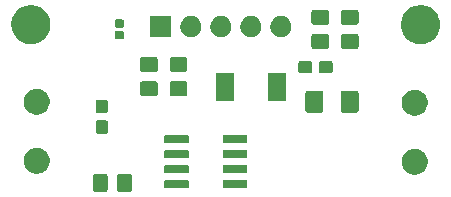
<source format=gbr>
G04 #@! TF.GenerationSoftware,KiCad,Pcbnew,5.1.5+dfsg1-2build2*
G04 #@! TF.CreationDate,2021-10-23T10:29:23-06:00*
G04 #@! TF.ProjectId,power-monitor,706f7765-722d-46d6-9f6e-69746f722e6b,rev?*
G04 #@! TF.SameCoordinates,Original*
G04 #@! TF.FileFunction,Soldermask,Top*
G04 #@! TF.FilePolarity,Negative*
%FSLAX46Y46*%
G04 Gerber Fmt 4.6, Leading zero omitted, Abs format (unit mm)*
G04 Created by KiCad (PCBNEW 5.1.5+dfsg1-2build2) date 2021-10-23 10:29:23*
%MOMM*%
%LPD*%
G04 APERTURE LIST*
%ADD10C,0.100000*%
G04 APERTURE END LIST*
D10*
G36*
X122338674Y-93753465D02*
G01*
X122376367Y-93764899D01*
X122411103Y-93783466D01*
X122441548Y-93808452D01*
X122466534Y-93838897D01*
X122485101Y-93873633D01*
X122496535Y-93911326D01*
X122501000Y-93956661D01*
X122501000Y-95043339D01*
X122496535Y-95088674D01*
X122485101Y-95126367D01*
X122466534Y-95161103D01*
X122441548Y-95191548D01*
X122411103Y-95216534D01*
X122376367Y-95235101D01*
X122338674Y-95246535D01*
X122293339Y-95251000D01*
X121456661Y-95251000D01*
X121411326Y-95246535D01*
X121373633Y-95235101D01*
X121338897Y-95216534D01*
X121308452Y-95191548D01*
X121283466Y-95161103D01*
X121264899Y-95126367D01*
X121253465Y-95088674D01*
X121249000Y-95043339D01*
X121249000Y-93956661D01*
X121253465Y-93911326D01*
X121264899Y-93873633D01*
X121283466Y-93838897D01*
X121308452Y-93808452D01*
X121338897Y-93783466D01*
X121373633Y-93764899D01*
X121411326Y-93753465D01*
X121456661Y-93749000D01*
X122293339Y-93749000D01*
X122338674Y-93753465D01*
G37*
G36*
X124388674Y-93753465D02*
G01*
X124426367Y-93764899D01*
X124461103Y-93783466D01*
X124491548Y-93808452D01*
X124516534Y-93838897D01*
X124535101Y-93873633D01*
X124546535Y-93911326D01*
X124551000Y-93956661D01*
X124551000Y-95043339D01*
X124546535Y-95088674D01*
X124535101Y-95126367D01*
X124516534Y-95161103D01*
X124491548Y-95191548D01*
X124461103Y-95216534D01*
X124426367Y-95235101D01*
X124388674Y-95246535D01*
X124343339Y-95251000D01*
X123506661Y-95251000D01*
X123461326Y-95246535D01*
X123423633Y-95235101D01*
X123388897Y-95216534D01*
X123358452Y-95191548D01*
X123333466Y-95161103D01*
X123314899Y-95126367D01*
X123303465Y-95088674D01*
X123299000Y-95043339D01*
X123299000Y-93956661D01*
X123303465Y-93911326D01*
X123314899Y-93873633D01*
X123333466Y-93838897D01*
X123358452Y-93808452D01*
X123388897Y-93783466D01*
X123423633Y-93764899D01*
X123461326Y-93753465D01*
X123506661Y-93749000D01*
X124343339Y-93749000D01*
X124388674Y-93753465D01*
G37*
G36*
X134219928Y-94266764D02*
G01*
X134241009Y-94273160D01*
X134260445Y-94283548D01*
X134277476Y-94297524D01*
X134291452Y-94314555D01*
X134301840Y-94333991D01*
X134308236Y-94355072D01*
X134311000Y-94383140D01*
X134311000Y-94846860D01*
X134308236Y-94874928D01*
X134301840Y-94896009D01*
X134291452Y-94915445D01*
X134277476Y-94932476D01*
X134260445Y-94946452D01*
X134241009Y-94956840D01*
X134219928Y-94963236D01*
X134191860Y-94966000D01*
X132378140Y-94966000D01*
X132350072Y-94963236D01*
X132328991Y-94956840D01*
X132309555Y-94946452D01*
X132292524Y-94932476D01*
X132278548Y-94915445D01*
X132268160Y-94896009D01*
X132261764Y-94874928D01*
X132259000Y-94846860D01*
X132259000Y-94383140D01*
X132261764Y-94355072D01*
X132268160Y-94333991D01*
X132278548Y-94314555D01*
X132292524Y-94297524D01*
X132309555Y-94283548D01*
X132328991Y-94273160D01*
X132350072Y-94266764D01*
X132378140Y-94264000D01*
X134191860Y-94264000D01*
X134219928Y-94266764D01*
G37*
G36*
X129269928Y-94266764D02*
G01*
X129291009Y-94273160D01*
X129310445Y-94283548D01*
X129327476Y-94297524D01*
X129341452Y-94314555D01*
X129351840Y-94333991D01*
X129358236Y-94355072D01*
X129361000Y-94383140D01*
X129361000Y-94846860D01*
X129358236Y-94874928D01*
X129351840Y-94896009D01*
X129341452Y-94915445D01*
X129327476Y-94932476D01*
X129310445Y-94946452D01*
X129291009Y-94956840D01*
X129269928Y-94963236D01*
X129241860Y-94966000D01*
X127428140Y-94966000D01*
X127400072Y-94963236D01*
X127378991Y-94956840D01*
X127359555Y-94946452D01*
X127342524Y-94932476D01*
X127328548Y-94915445D01*
X127318160Y-94896009D01*
X127311764Y-94874928D01*
X127309000Y-94846860D01*
X127309000Y-94383140D01*
X127311764Y-94355072D01*
X127318160Y-94333991D01*
X127328548Y-94314555D01*
X127342524Y-94297524D01*
X127359555Y-94283548D01*
X127378991Y-94273160D01*
X127400072Y-94266764D01*
X127428140Y-94264000D01*
X129241860Y-94264000D01*
X129269928Y-94266764D01*
G37*
G36*
X148714794Y-91630155D02*
G01*
X148821150Y-91651311D01*
X148921334Y-91692809D01*
X149021520Y-91734307D01*
X149201844Y-91854795D01*
X149355205Y-92008156D01*
X149475693Y-92188480D01*
X149475693Y-92188481D01*
X149558689Y-92388850D01*
X149601000Y-92601561D01*
X149601000Y-92818439D01*
X149558689Y-93031150D01*
X149529201Y-93102339D01*
X149475693Y-93231520D01*
X149355205Y-93411844D01*
X149201844Y-93565205D01*
X149021520Y-93685693D01*
X148821150Y-93768689D01*
X148746861Y-93783466D01*
X148608440Y-93811000D01*
X148391560Y-93811000D01*
X148253139Y-93783466D01*
X148178850Y-93768689D01*
X148078666Y-93727191D01*
X147978480Y-93685693D01*
X147798156Y-93565205D01*
X147644795Y-93411844D01*
X147524307Y-93231520D01*
X147470799Y-93102339D01*
X147441311Y-93031150D01*
X147399000Y-92818439D01*
X147399000Y-92601561D01*
X147441311Y-92388850D01*
X147524307Y-92188481D01*
X147524307Y-92188480D01*
X147644795Y-92008156D01*
X147798156Y-91854795D01*
X147978480Y-91734307D01*
X148078666Y-91692809D01*
X148178850Y-91651311D01*
X148285206Y-91630155D01*
X148391560Y-91609000D01*
X148608440Y-91609000D01*
X148714794Y-91630155D01*
G37*
G36*
X116714795Y-91550156D02*
G01*
X116821150Y-91571311D01*
X116912139Y-91609000D01*
X117021520Y-91654307D01*
X117201844Y-91774795D01*
X117355205Y-91928156D01*
X117475693Y-92108480D01*
X117475693Y-92108481D01*
X117558689Y-92308850D01*
X117601000Y-92521561D01*
X117601000Y-92738439D01*
X117558689Y-92951150D01*
X117527054Y-93027524D01*
X117475693Y-93151520D01*
X117355205Y-93331844D01*
X117201844Y-93485205D01*
X117021520Y-93605693D01*
X116927597Y-93644597D01*
X116821150Y-93688689D01*
X116784395Y-93696000D01*
X116608440Y-93731000D01*
X116391560Y-93731000D01*
X116215605Y-93696000D01*
X116178850Y-93688689D01*
X116072403Y-93644597D01*
X115978480Y-93605693D01*
X115798156Y-93485205D01*
X115644795Y-93331844D01*
X115524307Y-93151520D01*
X115472946Y-93027524D01*
X115441311Y-92951150D01*
X115399000Y-92738439D01*
X115399000Y-92521561D01*
X115441311Y-92308850D01*
X115524307Y-92108481D01*
X115524307Y-92108480D01*
X115644795Y-91928156D01*
X115798156Y-91774795D01*
X115978480Y-91654307D01*
X116087861Y-91609000D01*
X116178850Y-91571311D01*
X116285206Y-91550155D01*
X116391560Y-91529000D01*
X116608440Y-91529000D01*
X116714795Y-91550156D01*
G37*
G36*
X134219928Y-92996764D02*
G01*
X134241009Y-93003160D01*
X134260445Y-93013548D01*
X134277476Y-93027524D01*
X134291452Y-93044555D01*
X134301840Y-93063991D01*
X134308236Y-93085072D01*
X134311000Y-93113140D01*
X134311000Y-93576860D01*
X134308236Y-93604928D01*
X134301840Y-93626009D01*
X134291452Y-93645445D01*
X134277476Y-93662476D01*
X134260445Y-93676452D01*
X134241009Y-93686840D01*
X134219928Y-93693236D01*
X134191860Y-93696000D01*
X132378140Y-93696000D01*
X132350072Y-93693236D01*
X132328991Y-93686840D01*
X132309555Y-93676452D01*
X132292524Y-93662476D01*
X132278548Y-93645445D01*
X132268160Y-93626009D01*
X132261764Y-93604928D01*
X132259000Y-93576860D01*
X132259000Y-93113140D01*
X132261764Y-93085072D01*
X132268160Y-93063991D01*
X132278548Y-93044555D01*
X132292524Y-93027524D01*
X132309555Y-93013548D01*
X132328991Y-93003160D01*
X132350072Y-92996764D01*
X132378140Y-92994000D01*
X134191860Y-92994000D01*
X134219928Y-92996764D01*
G37*
G36*
X129269928Y-92996764D02*
G01*
X129291009Y-93003160D01*
X129310445Y-93013548D01*
X129327476Y-93027524D01*
X129341452Y-93044555D01*
X129351840Y-93063991D01*
X129358236Y-93085072D01*
X129361000Y-93113140D01*
X129361000Y-93576860D01*
X129358236Y-93604928D01*
X129351840Y-93626009D01*
X129341452Y-93645445D01*
X129327476Y-93662476D01*
X129310445Y-93676452D01*
X129291009Y-93686840D01*
X129269928Y-93693236D01*
X129241860Y-93696000D01*
X127428140Y-93696000D01*
X127400072Y-93693236D01*
X127378991Y-93686840D01*
X127359555Y-93676452D01*
X127342524Y-93662476D01*
X127328548Y-93645445D01*
X127318160Y-93626009D01*
X127311764Y-93604928D01*
X127309000Y-93576860D01*
X127309000Y-93113140D01*
X127311764Y-93085072D01*
X127318160Y-93063991D01*
X127328548Y-93044555D01*
X127342524Y-93027524D01*
X127359555Y-93013548D01*
X127378991Y-93003160D01*
X127400072Y-92996764D01*
X127428140Y-92994000D01*
X129241860Y-92994000D01*
X129269928Y-92996764D01*
G37*
G36*
X134219928Y-91726764D02*
G01*
X134241009Y-91733160D01*
X134260445Y-91743548D01*
X134277476Y-91757524D01*
X134291452Y-91774555D01*
X134301840Y-91793991D01*
X134308236Y-91815072D01*
X134311000Y-91843140D01*
X134311000Y-92306860D01*
X134308236Y-92334928D01*
X134301840Y-92356009D01*
X134291452Y-92375445D01*
X134277476Y-92392476D01*
X134260445Y-92406452D01*
X134241009Y-92416840D01*
X134219928Y-92423236D01*
X134191860Y-92426000D01*
X132378140Y-92426000D01*
X132350072Y-92423236D01*
X132328991Y-92416840D01*
X132309555Y-92406452D01*
X132292524Y-92392476D01*
X132278548Y-92375445D01*
X132268160Y-92356009D01*
X132261764Y-92334928D01*
X132259000Y-92306860D01*
X132259000Y-91843140D01*
X132261764Y-91815072D01*
X132268160Y-91793991D01*
X132278548Y-91774555D01*
X132292524Y-91757524D01*
X132309555Y-91743548D01*
X132328991Y-91733160D01*
X132350072Y-91726764D01*
X132378140Y-91724000D01*
X134191860Y-91724000D01*
X134219928Y-91726764D01*
G37*
G36*
X129269928Y-91726764D02*
G01*
X129291009Y-91733160D01*
X129310445Y-91743548D01*
X129327476Y-91757524D01*
X129341452Y-91774555D01*
X129351840Y-91793991D01*
X129358236Y-91815072D01*
X129361000Y-91843140D01*
X129361000Y-92306860D01*
X129358236Y-92334928D01*
X129351840Y-92356009D01*
X129341452Y-92375445D01*
X129327476Y-92392476D01*
X129310445Y-92406452D01*
X129291009Y-92416840D01*
X129269928Y-92423236D01*
X129241860Y-92426000D01*
X127428140Y-92426000D01*
X127400072Y-92423236D01*
X127378991Y-92416840D01*
X127359555Y-92406452D01*
X127342524Y-92392476D01*
X127328548Y-92375445D01*
X127318160Y-92356009D01*
X127311764Y-92334928D01*
X127309000Y-92306860D01*
X127309000Y-91843140D01*
X127311764Y-91815072D01*
X127318160Y-91793991D01*
X127328548Y-91774555D01*
X127342524Y-91757524D01*
X127359555Y-91743548D01*
X127378991Y-91733160D01*
X127400072Y-91726764D01*
X127428140Y-91724000D01*
X129241860Y-91724000D01*
X129269928Y-91726764D01*
G37*
G36*
X129269928Y-90456764D02*
G01*
X129291009Y-90463160D01*
X129310445Y-90473548D01*
X129327476Y-90487524D01*
X129341452Y-90504555D01*
X129351840Y-90523991D01*
X129358236Y-90545072D01*
X129361000Y-90573140D01*
X129361000Y-91036860D01*
X129358236Y-91064928D01*
X129351840Y-91086009D01*
X129341452Y-91105445D01*
X129327476Y-91122476D01*
X129310445Y-91136452D01*
X129291009Y-91146840D01*
X129269928Y-91153236D01*
X129241860Y-91156000D01*
X127428140Y-91156000D01*
X127400072Y-91153236D01*
X127378991Y-91146840D01*
X127359555Y-91136452D01*
X127342524Y-91122476D01*
X127328548Y-91105445D01*
X127318160Y-91086009D01*
X127311764Y-91064928D01*
X127309000Y-91036860D01*
X127309000Y-90573140D01*
X127311764Y-90545072D01*
X127318160Y-90523991D01*
X127328548Y-90504555D01*
X127342524Y-90487524D01*
X127359555Y-90473548D01*
X127378991Y-90463160D01*
X127400072Y-90456764D01*
X127428140Y-90454000D01*
X129241860Y-90454000D01*
X129269928Y-90456764D01*
G37*
G36*
X134219928Y-90456764D02*
G01*
X134241009Y-90463160D01*
X134260445Y-90473548D01*
X134277476Y-90487524D01*
X134291452Y-90504555D01*
X134301840Y-90523991D01*
X134308236Y-90545072D01*
X134311000Y-90573140D01*
X134311000Y-91036860D01*
X134308236Y-91064928D01*
X134301840Y-91086009D01*
X134291452Y-91105445D01*
X134277476Y-91122476D01*
X134260445Y-91136452D01*
X134241009Y-91146840D01*
X134219928Y-91153236D01*
X134191860Y-91156000D01*
X132378140Y-91156000D01*
X132350072Y-91153236D01*
X132328991Y-91146840D01*
X132309555Y-91136452D01*
X132292524Y-91122476D01*
X132278548Y-91105445D01*
X132268160Y-91086009D01*
X132261764Y-91064928D01*
X132259000Y-91036860D01*
X132259000Y-90573140D01*
X132261764Y-90545072D01*
X132268160Y-90523991D01*
X132278548Y-90504555D01*
X132292524Y-90487524D01*
X132309555Y-90473548D01*
X132328991Y-90463160D01*
X132350072Y-90456764D01*
X132378140Y-90454000D01*
X134191860Y-90454000D01*
X134219928Y-90456764D01*
G37*
G36*
X122364499Y-89203445D02*
G01*
X122401995Y-89214820D01*
X122436554Y-89233292D01*
X122466847Y-89258153D01*
X122491708Y-89288446D01*
X122510180Y-89323005D01*
X122521555Y-89360501D01*
X122526000Y-89405638D01*
X122526000Y-90144362D01*
X122521555Y-90189499D01*
X122510180Y-90226995D01*
X122491708Y-90261554D01*
X122466847Y-90291847D01*
X122436554Y-90316708D01*
X122401995Y-90335180D01*
X122364499Y-90346555D01*
X122319362Y-90351000D01*
X121680638Y-90351000D01*
X121635501Y-90346555D01*
X121598005Y-90335180D01*
X121563446Y-90316708D01*
X121533153Y-90291847D01*
X121508292Y-90261554D01*
X121489820Y-90226995D01*
X121478445Y-90189499D01*
X121474000Y-90144362D01*
X121474000Y-89405638D01*
X121478445Y-89360501D01*
X121489820Y-89323005D01*
X121508292Y-89288446D01*
X121533153Y-89258153D01*
X121563446Y-89233292D01*
X121598005Y-89214820D01*
X121635501Y-89203445D01*
X121680638Y-89199000D01*
X122319362Y-89199000D01*
X122364499Y-89203445D01*
G37*
G36*
X148675056Y-86622251D02*
G01*
X148821150Y-86651311D01*
X148910777Y-86688436D01*
X149021520Y-86734307D01*
X149201844Y-86854795D01*
X149355205Y-87008156D01*
X149475693Y-87188480D01*
X149558689Y-87388851D01*
X149601000Y-87601560D01*
X149601000Y-87818440D01*
X149558689Y-88031149D01*
X149475693Y-88231520D01*
X149355205Y-88411844D01*
X149201844Y-88565205D01*
X149021520Y-88685693D01*
X148821150Y-88768689D01*
X148714795Y-88789844D01*
X148608440Y-88811000D01*
X148391560Y-88811000D01*
X148285205Y-88789844D01*
X148178850Y-88768689D01*
X147978480Y-88685693D01*
X147798156Y-88565205D01*
X147644795Y-88411844D01*
X147524307Y-88231520D01*
X147441311Y-88031149D01*
X147399000Y-87818440D01*
X147399000Y-87601560D01*
X147441311Y-87388851D01*
X147524307Y-87188480D01*
X147644795Y-87008156D01*
X147798156Y-86854795D01*
X147978480Y-86734307D01*
X148089223Y-86688436D01*
X148178850Y-86651311D01*
X148324944Y-86622251D01*
X148391560Y-86609000D01*
X148608440Y-86609000D01*
X148675056Y-86622251D01*
G37*
G36*
X116684166Y-86544063D02*
G01*
X116821150Y-86571311D01*
X116912139Y-86609000D01*
X117021520Y-86654307D01*
X117201844Y-86774795D01*
X117355205Y-86928156D01*
X117475693Y-87108480D01*
X117558689Y-87308851D01*
X117601000Y-87521560D01*
X117601000Y-87738440D01*
X117558689Y-87951149D01*
X117475693Y-88151520D01*
X117355205Y-88331844D01*
X117201844Y-88485205D01*
X117021520Y-88605693D01*
X116821150Y-88688689D01*
X116714795Y-88709844D01*
X116608440Y-88731000D01*
X116391560Y-88731000D01*
X116285205Y-88709844D01*
X116178850Y-88688689D01*
X115978480Y-88605693D01*
X115798156Y-88485205D01*
X115644795Y-88331844D01*
X115524307Y-88151520D01*
X115441311Y-87951149D01*
X115399000Y-87738440D01*
X115399000Y-87521560D01*
X115441311Y-87308851D01*
X115524307Y-87108480D01*
X115644795Y-86928156D01*
X115798156Y-86774795D01*
X115978480Y-86654307D01*
X116087861Y-86609000D01*
X116178850Y-86571311D01*
X116315834Y-86544063D01*
X116391560Y-86529000D01*
X116608440Y-86529000D01*
X116684166Y-86544063D01*
G37*
G36*
X122364499Y-87453445D02*
G01*
X122401995Y-87464820D01*
X122436554Y-87483292D01*
X122466847Y-87508153D01*
X122491708Y-87538446D01*
X122510180Y-87573005D01*
X122521555Y-87610501D01*
X122526000Y-87655638D01*
X122526000Y-88394362D01*
X122521555Y-88439499D01*
X122510180Y-88476995D01*
X122491708Y-88511554D01*
X122466847Y-88541847D01*
X122436554Y-88566708D01*
X122401995Y-88585180D01*
X122364499Y-88596555D01*
X122319362Y-88601000D01*
X121680638Y-88601000D01*
X121635501Y-88596555D01*
X121598005Y-88585180D01*
X121563446Y-88566708D01*
X121533153Y-88541847D01*
X121508292Y-88511554D01*
X121489820Y-88476995D01*
X121478445Y-88439499D01*
X121474000Y-88394362D01*
X121474000Y-87655638D01*
X121478445Y-87610501D01*
X121489820Y-87573005D01*
X121508292Y-87538446D01*
X121533153Y-87508153D01*
X121563446Y-87483292D01*
X121598005Y-87464820D01*
X121635501Y-87453445D01*
X121680638Y-87449000D01*
X122319362Y-87449000D01*
X122364499Y-87453445D01*
G37*
G36*
X143600562Y-86708181D02*
G01*
X143635481Y-86718774D01*
X143667663Y-86735976D01*
X143695873Y-86759127D01*
X143719024Y-86787337D01*
X143736226Y-86819519D01*
X143746819Y-86854438D01*
X143751000Y-86896895D01*
X143751000Y-88363105D01*
X143746819Y-88405562D01*
X143736226Y-88440481D01*
X143719024Y-88472663D01*
X143695873Y-88500873D01*
X143667663Y-88524024D01*
X143635481Y-88541226D01*
X143600562Y-88551819D01*
X143558105Y-88556000D01*
X142416895Y-88556000D01*
X142374438Y-88551819D01*
X142339519Y-88541226D01*
X142307337Y-88524024D01*
X142279127Y-88500873D01*
X142255976Y-88472663D01*
X142238774Y-88440481D01*
X142228181Y-88405562D01*
X142224000Y-88363105D01*
X142224000Y-86896895D01*
X142228181Y-86854438D01*
X142238774Y-86819519D01*
X142255976Y-86787337D01*
X142279127Y-86759127D01*
X142307337Y-86735976D01*
X142339519Y-86718774D01*
X142374438Y-86708181D01*
X142416895Y-86704000D01*
X143558105Y-86704000D01*
X143600562Y-86708181D01*
G37*
G36*
X140625562Y-86708181D02*
G01*
X140660481Y-86718774D01*
X140692663Y-86735976D01*
X140720873Y-86759127D01*
X140744024Y-86787337D01*
X140761226Y-86819519D01*
X140771819Y-86854438D01*
X140776000Y-86896895D01*
X140776000Y-88363105D01*
X140771819Y-88405562D01*
X140761226Y-88440481D01*
X140744024Y-88472663D01*
X140720873Y-88500873D01*
X140692663Y-88524024D01*
X140660481Y-88541226D01*
X140625562Y-88551819D01*
X140583105Y-88556000D01*
X139441895Y-88556000D01*
X139399438Y-88551819D01*
X139364519Y-88541226D01*
X139332337Y-88524024D01*
X139304127Y-88500873D01*
X139280976Y-88472663D01*
X139263774Y-88440481D01*
X139253181Y-88405562D01*
X139249000Y-88363105D01*
X139249000Y-86896895D01*
X139253181Y-86854438D01*
X139263774Y-86819519D01*
X139280976Y-86787337D01*
X139304127Y-86759127D01*
X139332337Y-86735976D01*
X139364519Y-86718774D01*
X139399438Y-86708181D01*
X139441895Y-86704000D01*
X140583105Y-86704000D01*
X140625562Y-86708181D01*
G37*
G36*
X137565295Y-85160323D02*
G01*
X137572310Y-85162451D01*
X137578776Y-85165908D01*
X137584442Y-85170558D01*
X137589092Y-85176224D01*
X137592549Y-85182690D01*
X137594677Y-85189705D01*
X137596000Y-85203140D01*
X137596000Y-85516860D01*
X137594677Y-85530295D01*
X137592549Y-85537309D01*
X137585190Y-85551077D01*
X137575813Y-85573716D01*
X137571033Y-85597749D01*
X137571033Y-85622253D01*
X137575814Y-85646286D01*
X137585190Y-85668923D01*
X137592549Y-85682691D01*
X137594677Y-85689705D01*
X137596000Y-85703140D01*
X137596000Y-86016860D01*
X137594677Y-86030295D01*
X137592549Y-86037309D01*
X137585190Y-86051077D01*
X137575813Y-86073716D01*
X137571033Y-86097749D01*
X137571033Y-86122253D01*
X137575814Y-86146286D01*
X137585190Y-86168923D01*
X137592549Y-86182691D01*
X137594677Y-86189705D01*
X137596000Y-86203140D01*
X137596000Y-86516860D01*
X137594677Y-86530295D01*
X137592549Y-86537309D01*
X137585190Y-86551077D01*
X137575813Y-86573716D01*
X137571033Y-86597749D01*
X137571033Y-86622253D01*
X137575814Y-86646286D01*
X137585190Y-86668923D01*
X137592549Y-86682691D01*
X137594677Y-86689705D01*
X137596000Y-86703140D01*
X137596000Y-87016859D01*
X137594677Y-87030295D01*
X137592549Y-87037309D01*
X137585190Y-87051077D01*
X137575813Y-87073716D01*
X137571033Y-87097749D01*
X137571033Y-87122253D01*
X137575814Y-87146286D01*
X137585190Y-87168923D01*
X137592549Y-87182691D01*
X137594677Y-87189705D01*
X137596000Y-87203140D01*
X137596000Y-87516860D01*
X137594677Y-87530295D01*
X137592549Y-87537310D01*
X137589092Y-87543776D01*
X137584442Y-87549442D01*
X137578776Y-87554092D01*
X137572310Y-87557549D01*
X137565295Y-87559677D01*
X137551860Y-87561000D01*
X136088140Y-87561000D01*
X136074705Y-87559677D01*
X136067690Y-87557549D01*
X136061224Y-87554092D01*
X136055558Y-87549442D01*
X136050908Y-87543776D01*
X136047451Y-87537310D01*
X136045323Y-87530295D01*
X136044000Y-87516860D01*
X136044000Y-87203140D01*
X136045323Y-87189705D01*
X136047451Y-87182691D01*
X136054810Y-87168923D01*
X136064187Y-87146284D01*
X136068967Y-87122251D01*
X136068967Y-87097747D01*
X136064186Y-87073714D01*
X136054810Y-87051077D01*
X136047451Y-87037309D01*
X136045323Y-87030295D01*
X136044000Y-87016859D01*
X136044000Y-86703140D01*
X136045323Y-86689705D01*
X136047451Y-86682691D01*
X136054810Y-86668923D01*
X136064187Y-86646284D01*
X136068967Y-86622251D01*
X136068967Y-86597747D01*
X136064186Y-86573714D01*
X136054810Y-86551077D01*
X136047451Y-86537309D01*
X136045323Y-86530295D01*
X136044000Y-86516860D01*
X136044000Y-86203140D01*
X136045323Y-86189705D01*
X136047451Y-86182691D01*
X136054810Y-86168923D01*
X136064187Y-86146284D01*
X136068967Y-86122251D01*
X136068967Y-86097747D01*
X136064186Y-86073714D01*
X136054810Y-86051077D01*
X136047451Y-86037309D01*
X136045323Y-86030295D01*
X136044000Y-86016860D01*
X136044000Y-85703140D01*
X136045323Y-85689705D01*
X136047451Y-85682691D01*
X136054810Y-85668923D01*
X136064187Y-85646284D01*
X136068967Y-85622251D01*
X136068967Y-85597747D01*
X136064186Y-85573714D01*
X136054810Y-85551077D01*
X136047451Y-85537309D01*
X136045323Y-85530295D01*
X136044000Y-85516860D01*
X136044000Y-85203140D01*
X136045323Y-85189705D01*
X136047451Y-85182690D01*
X136050908Y-85176224D01*
X136055558Y-85170558D01*
X136061224Y-85165908D01*
X136067690Y-85162451D01*
X136074705Y-85160323D01*
X136088140Y-85159000D01*
X137551860Y-85159000D01*
X137565295Y-85160323D01*
G37*
G36*
X133165295Y-85160323D02*
G01*
X133172310Y-85162451D01*
X133178776Y-85165908D01*
X133184442Y-85170558D01*
X133189092Y-85176224D01*
X133192549Y-85182690D01*
X133194677Y-85189705D01*
X133196000Y-85203140D01*
X133196000Y-85516860D01*
X133194677Y-85530295D01*
X133192549Y-85537309D01*
X133185190Y-85551077D01*
X133175813Y-85573716D01*
X133171033Y-85597749D01*
X133171033Y-85622253D01*
X133175814Y-85646286D01*
X133185190Y-85668923D01*
X133192549Y-85682691D01*
X133194677Y-85689705D01*
X133196000Y-85703140D01*
X133196000Y-86016860D01*
X133194677Y-86030295D01*
X133192549Y-86037309D01*
X133185190Y-86051077D01*
X133175813Y-86073716D01*
X133171033Y-86097749D01*
X133171033Y-86122253D01*
X133175814Y-86146286D01*
X133185190Y-86168923D01*
X133192549Y-86182691D01*
X133194677Y-86189705D01*
X133196000Y-86203140D01*
X133196000Y-86516860D01*
X133194677Y-86530295D01*
X133192549Y-86537309D01*
X133185190Y-86551077D01*
X133175813Y-86573716D01*
X133171033Y-86597749D01*
X133171033Y-86622253D01*
X133175814Y-86646286D01*
X133185190Y-86668923D01*
X133192549Y-86682691D01*
X133194677Y-86689705D01*
X133196000Y-86703140D01*
X133196000Y-87016859D01*
X133194677Y-87030295D01*
X133192549Y-87037309D01*
X133185190Y-87051077D01*
X133175813Y-87073716D01*
X133171033Y-87097749D01*
X133171033Y-87122253D01*
X133175814Y-87146286D01*
X133185190Y-87168923D01*
X133192549Y-87182691D01*
X133194677Y-87189705D01*
X133196000Y-87203140D01*
X133196000Y-87516860D01*
X133194677Y-87530295D01*
X133192549Y-87537310D01*
X133189092Y-87543776D01*
X133184442Y-87549442D01*
X133178776Y-87554092D01*
X133172310Y-87557549D01*
X133165295Y-87559677D01*
X133151860Y-87561000D01*
X131688140Y-87561000D01*
X131674705Y-87559677D01*
X131667690Y-87557549D01*
X131661224Y-87554092D01*
X131655558Y-87549442D01*
X131650908Y-87543776D01*
X131647451Y-87537310D01*
X131645323Y-87530295D01*
X131644000Y-87516860D01*
X131644000Y-87203140D01*
X131645323Y-87189705D01*
X131647451Y-87182691D01*
X131654810Y-87168923D01*
X131664187Y-87146284D01*
X131668967Y-87122251D01*
X131668967Y-87097747D01*
X131664186Y-87073714D01*
X131654810Y-87051077D01*
X131647451Y-87037309D01*
X131645323Y-87030295D01*
X131644000Y-87016859D01*
X131644000Y-86703140D01*
X131645323Y-86689705D01*
X131647451Y-86682691D01*
X131654810Y-86668923D01*
X131664187Y-86646284D01*
X131668967Y-86622251D01*
X131668967Y-86597747D01*
X131664186Y-86573714D01*
X131654810Y-86551077D01*
X131647451Y-86537309D01*
X131645323Y-86530295D01*
X131644000Y-86516860D01*
X131644000Y-86203140D01*
X131645323Y-86189705D01*
X131647451Y-86182691D01*
X131654810Y-86168923D01*
X131664187Y-86146284D01*
X131668967Y-86122251D01*
X131668967Y-86097747D01*
X131664186Y-86073714D01*
X131654810Y-86051077D01*
X131647451Y-86037309D01*
X131645323Y-86030295D01*
X131644000Y-86016860D01*
X131644000Y-85703140D01*
X131645323Y-85689705D01*
X131647451Y-85682691D01*
X131654810Y-85668923D01*
X131664187Y-85646284D01*
X131668967Y-85622251D01*
X131668967Y-85597747D01*
X131664186Y-85573714D01*
X131654810Y-85551077D01*
X131647451Y-85537309D01*
X131645323Y-85530295D01*
X131644000Y-85516860D01*
X131644000Y-85203140D01*
X131645323Y-85189705D01*
X131647451Y-85182690D01*
X131650908Y-85176224D01*
X131655558Y-85170558D01*
X131661224Y-85165908D01*
X131667690Y-85162451D01*
X131674705Y-85160323D01*
X131688140Y-85159000D01*
X133151860Y-85159000D01*
X133165295Y-85160323D01*
G37*
G36*
X126588674Y-85903465D02*
G01*
X126626367Y-85914899D01*
X126661103Y-85933466D01*
X126691548Y-85958452D01*
X126716534Y-85988897D01*
X126735101Y-86023633D01*
X126746535Y-86061326D01*
X126751000Y-86106661D01*
X126751000Y-86943339D01*
X126746535Y-86988674D01*
X126735101Y-87026367D01*
X126716534Y-87061103D01*
X126691548Y-87091548D01*
X126661103Y-87116534D01*
X126626367Y-87135101D01*
X126588674Y-87146535D01*
X126543339Y-87151000D01*
X125456661Y-87151000D01*
X125411326Y-87146535D01*
X125373633Y-87135101D01*
X125338897Y-87116534D01*
X125308452Y-87091548D01*
X125283466Y-87061103D01*
X125264899Y-87026367D01*
X125253465Y-86988674D01*
X125249000Y-86943339D01*
X125249000Y-86106661D01*
X125253465Y-86061326D01*
X125264899Y-86023633D01*
X125283466Y-85988897D01*
X125308452Y-85958452D01*
X125338897Y-85933466D01*
X125373633Y-85914899D01*
X125411326Y-85903465D01*
X125456661Y-85899000D01*
X126543339Y-85899000D01*
X126588674Y-85903465D01*
G37*
G36*
X129088674Y-85903465D02*
G01*
X129126367Y-85914899D01*
X129161103Y-85933466D01*
X129191548Y-85958452D01*
X129216534Y-85988897D01*
X129235101Y-86023633D01*
X129246535Y-86061326D01*
X129251000Y-86106661D01*
X129251000Y-86943339D01*
X129246535Y-86988674D01*
X129235101Y-87026367D01*
X129216534Y-87061103D01*
X129191548Y-87091548D01*
X129161103Y-87116534D01*
X129126367Y-87135101D01*
X129088674Y-87146535D01*
X129043339Y-87151000D01*
X127956661Y-87151000D01*
X127911326Y-87146535D01*
X127873633Y-87135101D01*
X127838897Y-87116534D01*
X127808452Y-87091548D01*
X127783466Y-87061103D01*
X127764899Y-87026367D01*
X127753465Y-86988674D01*
X127749000Y-86943339D01*
X127749000Y-86106661D01*
X127753465Y-86061326D01*
X127764899Y-86023633D01*
X127783466Y-85988897D01*
X127808452Y-85958452D01*
X127838897Y-85933466D01*
X127873633Y-85914899D01*
X127911326Y-85903465D01*
X127956661Y-85899000D01*
X129043339Y-85899000D01*
X129088674Y-85903465D01*
G37*
G36*
X141389499Y-84178445D02*
G01*
X141426995Y-84189820D01*
X141461554Y-84208292D01*
X141491847Y-84233153D01*
X141516708Y-84263446D01*
X141535180Y-84298005D01*
X141546555Y-84335501D01*
X141551000Y-84380638D01*
X141551000Y-85019362D01*
X141546555Y-85064499D01*
X141535180Y-85101995D01*
X141516708Y-85136554D01*
X141491847Y-85166847D01*
X141461554Y-85191708D01*
X141426995Y-85210180D01*
X141389499Y-85221555D01*
X141344362Y-85226000D01*
X140605638Y-85226000D01*
X140560501Y-85221555D01*
X140523005Y-85210180D01*
X140488446Y-85191708D01*
X140458153Y-85166847D01*
X140433292Y-85136554D01*
X140414820Y-85101995D01*
X140403445Y-85064499D01*
X140399000Y-85019362D01*
X140399000Y-84380638D01*
X140403445Y-84335501D01*
X140414820Y-84298005D01*
X140433292Y-84263446D01*
X140458153Y-84233153D01*
X140488446Y-84208292D01*
X140523005Y-84189820D01*
X140560501Y-84178445D01*
X140605638Y-84174000D01*
X141344362Y-84174000D01*
X141389499Y-84178445D01*
G37*
G36*
X139639499Y-84178445D02*
G01*
X139676995Y-84189820D01*
X139711554Y-84208292D01*
X139741847Y-84233153D01*
X139766708Y-84263446D01*
X139785180Y-84298005D01*
X139796555Y-84335501D01*
X139801000Y-84380638D01*
X139801000Y-85019362D01*
X139796555Y-85064499D01*
X139785180Y-85101995D01*
X139766708Y-85136554D01*
X139741847Y-85166847D01*
X139711554Y-85191708D01*
X139676995Y-85210180D01*
X139639499Y-85221555D01*
X139594362Y-85226000D01*
X138855638Y-85226000D01*
X138810501Y-85221555D01*
X138773005Y-85210180D01*
X138738446Y-85191708D01*
X138708153Y-85166847D01*
X138683292Y-85136554D01*
X138664820Y-85101995D01*
X138653445Y-85064499D01*
X138649000Y-85019362D01*
X138649000Y-84380638D01*
X138653445Y-84335501D01*
X138664820Y-84298005D01*
X138683292Y-84263446D01*
X138708153Y-84233153D01*
X138738446Y-84208292D01*
X138773005Y-84189820D01*
X138810501Y-84178445D01*
X138855638Y-84174000D01*
X139594362Y-84174000D01*
X139639499Y-84178445D01*
G37*
G36*
X129088674Y-83853465D02*
G01*
X129126367Y-83864899D01*
X129161103Y-83883466D01*
X129191548Y-83908452D01*
X129216534Y-83938897D01*
X129235101Y-83973633D01*
X129246535Y-84011326D01*
X129251000Y-84056661D01*
X129251000Y-84893339D01*
X129246535Y-84938674D01*
X129235101Y-84976367D01*
X129216534Y-85011103D01*
X129191548Y-85041548D01*
X129161103Y-85066534D01*
X129126367Y-85085101D01*
X129088674Y-85096535D01*
X129043339Y-85101000D01*
X127956661Y-85101000D01*
X127911326Y-85096535D01*
X127873633Y-85085101D01*
X127838897Y-85066534D01*
X127808452Y-85041548D01*
X127783466Y-85011103D01*
X127764899Y-84976367D01*
X127753465Y-84938674D01*
X127749000Y-84893339D01*
X127749000Y-84056661D01*
X127753465Y-84011326D01*
X127764899Y-83973633D01*
X127783466Y-83938897D01*
X127808452Y-83908452D01*
X127838897Y-83883466D01*
X127873633Y-83864899D01*
X127911326Y-83853465D01*
X127956661Y-83849000D01*
X129043339Y-83849000D01*
X129088674Y-83853465D01*
G37*
G36*
X126588674Y-83853465D02*
G01*
X126626367Y-83864899D01*
X126661103Y-83883466D01*
X126691548Y-83908452D01*
X126716534Y-83938897D01*
X126735101Y-83973633D01*
X126746535Y-84011326D01*
X126751000Y-84056661D01*
X126751000Y-84893339D01*
X126746535Y-84938674D01*
X126735101Y-84976367D01*
X126716534Y-85011103D01*
X126691548Y-85041548D01*
X126661103Y-85066534D01*
X126626367Y-85085101D01*
X126588674Y-85096535D01*
X126543339Y-85101000D01*
X125456661Y-85101000D01*
X125411326Y-85096535D01*
X125373633Y-85085101D01*
X125338897Y-85066534D01*
X125308452Y-85041548D01*
X125283466Y-85011103D01*
X125264899Y-84976367D01*
X125253465Y-84938674D01*
X125249000Y-84893339D01*
X125249000Y-84056661D01*
X125253465Y-84011326D01*
X125264899Y-83973633D01*
X125283466Y-83938897D01*
X125308452Y-83908452D01*
X125338897Y-83883466D01*
X125373633Y-83864899D01*
X125411326Y-83853465D01*
X125456661Y-83849000D01*
X126543339Y-83849000D01*
X126588674Y-83853465D01*
G37*
G36*
X141088674Y-81903465D02*
G01*
X141126367Y-81914899D01*
X141161103Y-81933466D01*
X141191548Y-81958452D01*
X141216534Y-81988897D01*
X141235101Y-82023633D01*
X141246535Y-82061326D01*
X141251000Y-82106661D01*
X141251000Y-82943339D01*
X141246535Y-82988674D01*
X141235101Y-83026367D01*
X141216534Y-83061103D01*
X141191548Y-83091548D01*
X141161103Y-83116534D01*
X141126367Y-83135101D01*
X141088674Y-83146535D01*
X141043339Y-83151000D01*
X139956661Y-83151000D01*
X139911326Y-83146535D01*
X139873633Y-83135101D01*
X139838897Y-83116534D01*
X139808452Y-83091548D01*
X139783466Y-83061103D01*
X139764899Y-83026367D01*
X139753465Y-82988674D01*
X139749000Y-82943339D01*
X139749000Y-82106661D01*
X139753465Y-82061326D01*
X139764899Y-82023633D01*
X139783466Y-81988897D01*
X139808452Y-81958452D01*
X139838897Y-81933466D01*
X139873633Y-81914899D01*
X139911326Y-81903465D01*
X139956661Y-81899000D01*
X141043339Y-81899000D01*
X141088674Y-81903465D01*
G37*
G36*
X143588674Y-81903465D02*
G01*
X143626367Y-81914899D01*
X143661103Y-81933466D01*
X143691548Y-81958452D01*
X143716534Y-81988897D01*
X143735101Y-82023633D01*
X143746535Y-82061326D01*
X143751000Y-82106661D01*
X143751000Y-82943339D01*
X143746535Y-82988674D01*
X143735101Y-83026367D01*
X143716534Y-83061103D01*
X143691548Y-83091548D01*
X143661103Y-83116534D01*
X143626367Y-83135101D01*
X143588674Y-83146535D01*
X143543339Y-83151000D01*
X142456661Y-83151000D01*
X142411326Y-83146535D01*
X142373633Y-83135101D01*
X142338897Y-83116534D01*
X142308452Y-83091548D01*
X142283466Y-83061103D01*
X142264899Y-83026367D01*
X142253465Y-82988674D01*
X142249000Y-82943339D01*
X142249000Y-82106661D01*
X142253465Y-82061326D01*
X142264899Y-82023633D01*
X142283466Y-81988897D01*
X142308452Y-81958452D01*
X142338897Y-81933466D01*
X142373633Y-81914899D01*
X142411326Y-81903465D01*
X142456661Y-81899000D01*
X143543339Y-81899000D01*
X143588674Y-81903465D01*
G37*
G36*
X149375256Y-79491298D02*
G01*
X149481579Y-79512447D01*
X149782042Y-79636903D01*
X150052451Y-79817585D01*
X150282415Y-80047549D01*
X150282416Y-80047551D01*
X150463098Y-80317960D01*
X150499550Y-80405963D01*
X150587553Y-80618421D01*
X150604903Y-80705646D01*
X150651000Y-80937389D01*
X150651000Y-81262611D01*
X150632090Y-81357676D01*
X150587553Y-81581579D01*
X150463097Y-81882042D01*
X150282415Y-82152451D01*
X150052451Y-82382415D01*
X149782042Y-82563097D01*
X149481579Y-82687553D01*
X149375256Y-82708702D01*
X149162611Y-82751000D01*
X148837389Y-82751000D01*
X148624744Y-82708702D01*
X148518421Y-82687553D01*
X148217958Y-82563097D01*
X147947549Y-82382415D01*
X147717585Y-82152451D01*
X147536903Y-81882042D01*
X147412447Y-81581579D01*
X147367910Y-81357676D01*
X147349000Y-81262611D01*
X147349000Y-80937389D01*
X147395097Y-80705646D01*
X147412447Y-80618421D01*
X147500450Y-80405963D01*
X147536902Y-80317960D01*
X147717584Y-80047551D01*
X147717585Y-80047549D01*
X147947549Y-79817585D01*
X148217958Y-79636903D01*
X148518421Y-79512447D01*
X148624744Y-79491298D01*
X148837389Y-79449000D01*
X149162611Y-79449000D01*
X149375256Y-79491298D01*
G37*
G36*
X116375256Y-79491298D02*
G01*
X116481579Y-79512447D01*
X116782042Y-79636903D01*
X117052451Y-79817585D01*
X117282415Y-80047549D01*
X117282416Y-80047551D01*
X117463098Y-80317960D01*
X117499550Y-80405963D01*
X117587553Y-80618421D01*
X117604903Y-80705646D01*
X117651000Y-80937389D01*
X117651000Y-81262611D01*
X117632090Y-81357676D01*
X117587553Y-81581579D01*
X117463097Y-81882042D01*
X117282415Y-82152451D01*
X117052451Y-82382415D01*
X116782042Y-82563097D01*
X116481579Y-82687553D01*
X116375256Y-82708702D01*
X116162611Y-82751000D01*
X115837389Y-82751000D01*
X115624744Y-82708702D01*
X115518421Y-82687553D01*
X115217958Y-82563097D01*
X114947549Y-82382415D01*
X114717585Y-82152451D01*
X114536903Y-81882042D01*
X114412447Y-81581579D01*
X114367910Y-81357676D01*
X114349000Y-81262611D01*
X114349000Y-80937389D01*
X114395097Y-80705646D01*
X114412447Y-80618421D01*
X114500450Y-80405963D01*
X114536902Y-80317960D01*
X114717584Y-80047551D01*
X114717585Y-80047549D01*
X114947549Y-79817585D01*
X115217958Y-79636903D01*
X115518421Y-79512447D01*
X115624744Y-79491298D01*
X115837389Y-79449000D01*
X116162611Y-79449000D01*
X116375256Y-79491298D01*
G37*
G36*
X123781938Y-81641716D02*
G01*
X123802557Y-81647971D01*
X123821553Y-81658124D01*
X123838208Y-81671792D01*
X123851876Y-81688447D01*
X123862029Y-81707443D01*
X123868284Y-81728062D01*
X123871000Y-81755640D01*
X123871000Y-82214360D01*
X123868284Y-82241938D01*
X123862029Y-82262557D01*
X123851876Y-82281553D01*
X123838208Y-82298208D01*
X123821553Y-82311876D01*
X123802557Y-82322029D01*
X123781938Y-82328284D01*
X123754360Y-82331000D01*
X123245640Y-82331000D01*
X123218062Y-82328284D01*
X123197443Y-82322029D01*
X123178447Y-82311876D01*
X123161792Y-82298208D01*
X123148124Y-82281553D01*
X123137971Y-82262557D01*
X123131716Y-82241938D01*
X123129000Y-82214360D01*
X123129000Y-81755640D01*
X123131716Y-81728062D01*
X123137971Y-81707443D01*
X123148124Y-81688447D01*
X123161792Y-81671792D01*
X123178447Y-81658124D01*
X123197443Y-81647971D01*
X123218062Y-81641716D01*
X123245640Y-81639000D01*
X123754360Y-81639000D01*
X123781938Y-81641716D01*
G37*
G36*
X134733512Y-80383927D02*
G01*
X134882812Y-80413624D01*
X135046784Y-80481544D01*
X135194354Y-80580147D01*
X135319853Y-80705646D01*
X135418456Y-80853216D01*
X135486376Y-81017188D01*
X135521000Y-81191259D01*
X135521000Y-81368741D01*
X135486376Y-81542812D01*
X135418456Y-81706784D01*
X135319853Y-81854354D01*
X135194354Y-81979853D01*
X135046784Y-82078456D01*
X134882812Y-82146376D01*
X134733512Y-82176073D01*
X134708742Y-82181000D01*
X134531258Y-82181000D01*
X134506488Y-82176073D01*
X134357188Y-82146376D01*
X134193216Y-82078456D01*
X134045646Y-81979853D01*
X133920147Y-81854354D01*
X133821544Y-81706784D01*
X133753624Y-81542812D01*
X133719000Y-81368741D01*
X133719000Y-81191259D01*
X133753624Y-81017188D01*
X133821544Y-80853216D01*
X133920147Y-80705646D01*
X134045646Y-80580147D01*
X134193216Y-80481544D01*
X134357188Y-80413624D01*
X134506488Y-80383927D01*
X134531258Y-80379000D01*
X134708742Y-80379000D01*
X134733512Y-80383927D01*
G37*
G36*
X132193512Y-80383927D02*
G01*
X132342812Y-80413624D01*
X132506784Y-80481544D01*
X132654354Y-80580147D01*
X132779853Y-80705646D01*
X132878456Y-80853216D01*
X132946376Y-81017188D01*
X132981000Y-81191259D01*
X132981000Y-81368741D01*
X132946376Y-81542812D01*
X132878456Y-81706784D01*
X132779853Y-81854354D01*
X132654354Y-81979853D01*
X132506784Y-82078456D01*
X132342812Y-82146376D01*
X132193512Y-82176073D01*
X132168742Y-82181000D01*
X131991258Y-82181000D01*
X131966488Y-82176073D01*
X131817188Y-82146376D01*
X131653216Y-82078456D01*
X131505646Y-81979853D01*
X131380147Y-81854354D01*
X131281544Y-81706784D01*
X131213624Y-81542812D01*
X131179000Y-81368741D01*
X131179000Y-81191259D01*
X131213624Y-81017188D01*
X131281544Y-80853216D01*
X131380147Y-80705646D01*
X131505646Y-80580147D01*
X131653216Y-80481544D01*
X131817188Y-80413624D01*
X131966488Y-80383927D01*
X131991258Y-80379000D01*
X132168742Y-80379000D01*
X132193512Y-80383927D01*
G37*
G36*
X129653512Y-80383927D02*
G01*
X129802812Y-80413624D01*
X129966784Y-80481544D01*
X130114354Y-80580147D01*
X130239853Y-80705646D01*
X130338456Y-80853216D01*
X130406376Y-81017188D01*
X130441000Y-81191259D01*
X130441000Y-81368741D01*
X130406376Y-81542812D01*
X130338456Y-81706784D01*
X130239853Y-81854354D01*
X130114354Y-81979853D01*
X129966784Y-82078456D01*
X129802812Y-82146376D01*
X129653512Y-82176073D01*
X129628742Y-82181000D01*
X129451258Y-82181000D01*
X129426488Y-82176073D01*
X129277188Y-82146376D01*
X129113216Y-82078456D01*
X128965646Y-81979853D01*
X128840147Y-81854354D01*
X128741544Y-81706784D01*
X128673624Y-81542812D01*
X128639000Y-81368741D01*
X128639000Y-81191259D01*
X128673624Y-81017188D01*
X128741544Y-80853216D01*
X128840147Y-80705646D01*
X128965646Y-80580147D01*
X129113216Y-80481544D01*
X129277188Y-80413624D01*
X129426488Y-80383927D01*
X129451258Y-80379000D01*
X129628742Y-80379000D01*
X129653512Y-80383927D01*
G37*
G36*
X127901000Y-82181000D02*
G01*
X126099000Y-82181000D01*
X126099000Y-80379000D01*
X127901000Y-80379000D01*
X127901000Y-82181000D01*
G37*
G36*
X137273512Y-80383927D02*
G01*
X137422812Y-80413624D01*
X137586784Y-80481544D01*
X137734354Y-80580147D01*
X137859853Y-80705646D01*
X137958456Y-80853216D01*
X138026376Y-81017188D01*
X138061000Y-81191259D01*
X138061000Y-81368741D01*
X138026376Y-81542812D01*
X137958456Y-81706784D01*
X137859853Y-81854354D01*
X137734354Y-81979853D01*
X137586784Y-82078456D01*
X137422812Y-82146376D01*
X137273512Y-82176073D01*
X137248742Y-82181000D01*
X137071258Y-82181000D01*
X137046488Y-82176073D01*
X136897188Y-82146376D01*
X136733216Y-82078456D01*
X136585646Y-81979853D01*
X136460147Y-81854354D01*
X136361544Y-81706784D01*
X136293624Y-81542812D01*
X136259000Y-81368741D01*
X136259000Y-81191259D01*
X136293624Y-81017188D01*
X136361544Y-80853216D01*
X136460147Y-80705646D01*
X136585646Y-80580147D01*
X136733216Y-80481544D01*
X136897188Y-80413624D01*
X137046488Y-80383927D01*
X137071258Y-80379000D01*
X137248742Y-80379000D01*
X137273512Y-80383927D01*
G37*
G36*
X123781938Y-80671716D02*
G01*
X123802557Y-80677971D01*
X123821553Y-80688124D01*
X123838208Y-80701792D01*
X123851876Y-80718447D01*
X123862029Y-80737443D01*
X123868284Y-80758062D01*
X123871000Y-80785640D01*
X123871000Y-81244360D01*
X123868284Y-81271938D01*
X123862029Y-81292557D01*
X123851876Y-81311553D01*
X123838208Y-81328208D01*
X123821553Y-81341876D01*
X123802557Y-81352029D01*
X123781938Y-81358284D01*
X123754360Y-81361000D01*
X123245640Y-81361000D01*
X123218062Y-81358284D01*
X123197443Y-81352029D01*
X123178447Y-81341876D01*
X123161792Y-81328208D01*
X123148124Y-81311553D01*
X123137971Y-81292557D01*
X123131716Y-81271938D01*
X123129000Y-81244360D01*
X123129000Y-80785640D01*
X123131716Y-80758062D01*
X123137971Y-80737443D01*
X123148124Y-80718447D01*
X123161792Y-80701792D01*
X123178447Y-80688124D01*
X123197443Y-80677971D01*
X123218062Y-80671716D01*
X123245640Y-80669000D01*
X123754360Y-80669000D01*
X123781938Y-80671716D01*
G37*
G36*
X141088674Y-79853465D02*
G01*
X141126367Y-79864899D01*
X141161103Y-79883466D01*
X141191548Y-79908452D01*
X141216534Y-79938897D01*
X141235101Y-79973633D01*
X141246535Y-80011326D01*
X141251000Y-80056661D01*
X141251000Y-80893339D01*
X141246535Y-80938674D01*
X141235101Y-80976367D01*
X141216534Y-81011103D01*
X141191548Y-81041548D01*
X141161103Y-81066534D01*
X141126367Y-81085101D01*
X141088674Y-81096535D01*
X141043339Y-81101000D01*
X139956661Y-81101000D01*
X139911326Y-81096535D01*
X139873633Y-81085101D01*
X139838897Y-81066534D01*
X139808452Y-81041548D01*
X139783466Y-81011103D01*
X139764899Y-80976367D01*
X139753465Y-80938674D01*
X139749000Y-80893339D01*
X139749000Y-80056661D01*
X139753465Y-80011326D01*
X139764899Y-79973633D01*
X139783466Y-79938897D01*
X139808452Y-79908452D01*
X139838897Y-79883466D01*
X139873633Y-79864899D01*
X139911326Y-79853465D01*
X139956661Y-79849000D01*
X141043339Y-79849000D01*
X141088674Y-79853465D01*
G37*
G36*
X143588674Y-79853465D02*
G01*
X143626367Y-79864899D01*
X143661103Y-79883466D01*
X143691548Y-79908452D01*
X143716534Y-79938897D01*
X143735101Y-79973633D01*
X143746535Y-80011326D01*
X143751000Y-80056661D01*
X143751000Y-80893339D01*
X143746535Y-80938674D01*
X143735101Y-80976367D01*
X143716534Y-81011103D01*
X143691548Y-81041548D01*
X143661103Y-81066534D01*
X143626367Y-81085101D01*
X143588674Y-81096535D01*
X143543339Y-81101000D01*
X142456661Y-81101000D01*
X142411326Y-81096535D01*
X142373633Y-81085101D01*
X142338897Y-81066534D01*
X142308452Y-81041548D01*
X142283466Y-81011103D01*
X142264899Y-80976367D01*
X142253465Y-80938674D01*
X142249000Y-80893339D01*
X142249000Y-80056661D01*
X142253465Y-80011326D01*
X142264899Y-79973633D01*
X142283466Y-79938897D01*
X142308452Y-79908452D01*
X142338897Y-79883466D01*
X142373633Y-79864899D01*
X142411326Y-79853465D01*
X142456661Y-79849000D01*
X143543339Y-79849000D01*
X143588674Y-79853465D01*
G37*
M02*

</source>
